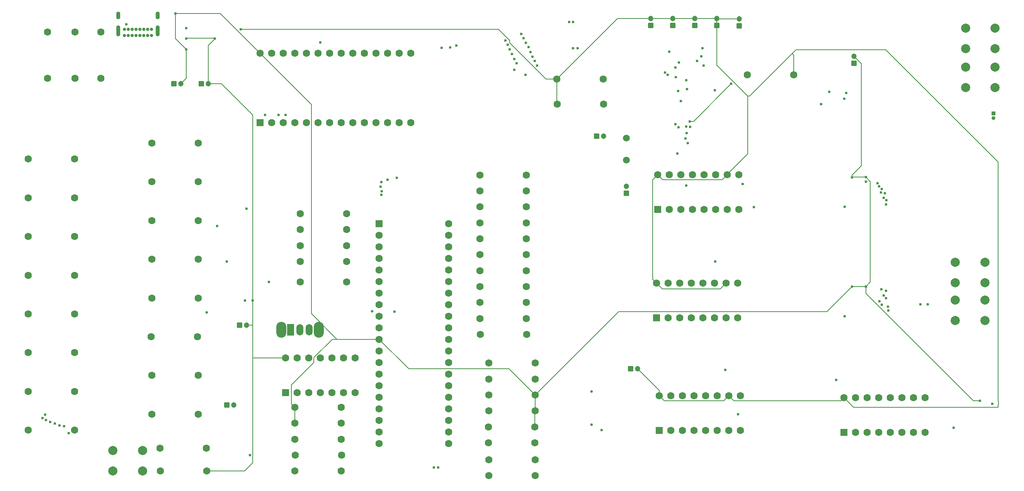
<source format=gbr>
%TF.GenerationSoftware,KiCad,Pcbnew,9.0.6*%
%TF.CreationDate,2025-12-23T14:59:13+01:00*%
%TF.ProjectId,Z80DevBoard,5a383044-6576-4426-9f61-72642e6b6963,rev?*%
%TF.SameCoordinates,Original*%
%TF.FileFunction,Copper,L2,Inr*%
%TF.FilePolarity,Positive*%
%FSLAX46Y46*%
G04 Gerber Fmt 4.6, Leading zero omitted, Abs format (unit mm)*
G04 Created by KiCad (PCBNEW 9.0.6) date 2025-12-23 14:59:13*
%MOMM*%
%LPD*%
G01*
G04 APERTURE LIST*
G04 Aperture macros list*
%AMRoundRect*
0 Rectangle with rounded corners*
0 $1 Rounding radius*
0 $2 $3 $4 $5 $6 $7 $8 $9 X,Y pos of 4 corners*
0 Add a 4 corners polygon primitive as box body*
4,1,4,$2,$3,$4,$5,$6,$7,$8,$9,$2,$3,0*
0 Add four circle primitives for the rounded corners*
1,1,$1+$1,$2,$3*
1,1,$1+$1,$4,$5*
1,1,$1+$1,$6,$7*
1,1,$1+$1,$8,$9*
0 Add four rect primitives between the rounded corners*
20,1,$1+$1,$2,$3,$4,$5,0*
20,1,$1+$1,$4,$5,$6,$7,0*
20,1,$1+$1,$6,$7,$8,$9,0*
20,1,$1+$1,$8,$9,$2,$3,0*%
G04 Aperture macros list end*
%TA.AperFunction,ComponentPad*%
%ADD10O,2.200000X3.500000*%
%TD*%
%TA.AperFunction,ComponentPad*%
%ADD11R,1.500000X2.500000*%
%TD*%
%TA.AperFunction,ComponentPad*%
%ADD12O,1.500000X2.500000*%
%TD*%
%TA.AperFunction,ComponentPad*%
%ADD13RoundRect,0.250000X-0.350000X-0.350000X0.350000X-0.350000X0.350000X0.350000X-0.350000X0.350000X0*%
%TD*%
%TA.AperFunction,ComponentPad*%
%ADD14C,1.200000*%
%TD*%
%TA.AperFunction,ComponentPad*%
%ADD15RoundRect,0.250000X0.350000X-0.350000X0.350000X0.350000X-0.350000X0.350000X-0.350000X-0.350000X0*%
%TD*%
%TA.AperFunction,ComponentPad*%
%ADD16C,1.600000*%
%TD*%
%TA.AperFunction,ComponentPad*%
%ADD17RoundRect,0.250000X0.550000X-0.550000X0.550000X0.550000X-0.550000X0.550000X-0.550000X-0.550000X0*%
%TD*%
%TA.AperFunction,ComponentPad*%
%ADD18C,2.000000*%
%TD*%
%TA.AperFunction,ComponentPad*%
%ADD19C,0.700000*%
%TD*%
%TA.AperFunction,ComponentPad*%
%ADD20O,0.900000X2.400000*%
%TD*%
%TA.AperFunction,ComponentPad*%
%ADD21O,0.900000X1.700000*%
%TD*%
%TA.AperFunction,ComponentPad*%
%ADD22R,0.850000X0.850000*%
%TD*%
%TA.AperFunction,ComponentPad*%
%ADD23C,0.850000*%
%TD*%
%TA.AperFunction,ComponentPad*%
%ADD24C,1.500000*%
%TD*%
%TA.AperFunction,ComponentPad*%
%ADD25RoundRect,0.250000X-0.550000X-0.550000X0.550000X-0.550000X0.550000X0.550000X-0.550000X0.550000X0*%
%TD*%
%TA.AperFunction,ViaPad*%
%ADD26C,0.600000*%
%TD*%
%TA.AperFunction,Conductor*%
%ADD27C,0.200000*%
%TD*%
G04 APERTURE END LIST*
D10*
%TO.N,*%
%TO.C,SW5*%
X97900000Y-109000000D03*
X106100000Y-109000000D03*
D11*
%TO.N,Net-(O2--)*%
X100000000Y-109000000D03*
D12*
%TO.N,CLOCK_Z80*%
X102000000Y-109000000D03*
%TO.N,Z80_MANUAL_CLOCK*%
X104000000Y-109000000D03*
%TD*%
D13*
%TO.N,GND*%
%TO.C,C13*%
X86000000Y-125500000D03*
D14*
%TO.N,Net-(C13-Pad2)*%
X87500000Y-125500000D03*
%TD*%
D13*
%TO.N,GND*%
%TO.C,C12*%
X174500000Y-117500000D03*
D14*
%TO.N,Vdd_3v3*%
X176000000Y-117500000D03*
%TD*%
D15*
%TO.N,GND*%
%TO.C,C11*%
X173500000Y-79000000D03*
D14*
%TO.N,RP2040_XOUT*%
X173500000Y-77500000D03*
%TD*%
D15*
%TO.N,RP2040-VREG_IN*%
%TO.C,C10*%
X198250000Y-42250000D03*
D14*
%TO.N,Vdd_3v3*%
X198250000Y-40750000D03*
%TD*%
D13*
%TO.N,GND*%
%TO.C,C9*%
X88777401Y-108000000D03*
D14*
%TO.N,Vdd_3v3*%
X90277401Y-108000000D03*
%TD*%
D13*
%TO.N,GND*%
%TO.C,C8*%
X167000000Y-66500000D03*
D14*
%TO.N,RP2040_XIN*%
X168500000Y-66500000D03*
%TD*%
D15*
%TO.N,Net-(Flash1-VCC)*%
%TO.C,C7*%
X223391500Y-50436000D03*
D14*
%TO.N,Vcc*%
X223391500Y-48936000D03*
%TD*%
D15*
%TO.N,RP2040-VREG_VOUT*%
%TO.C,C6*%
X193383950Y-42184000D03*
D14*
%TO.N,Vdd_3v3*%
X193383950Y-40684000D03*
%TD*%
D15*
%TO.N,RP2040-USB_VDD*%
%TO.C,C5*%
X188533950Y-42184000D03*
D14*
%TO.N,Vdd_3v3*%
X188533950Y-40684000D03*
%TD*%
D15*
%TO.N,RP2040-IOVDD*%
%TO.C,C4*%
X183683950Y-42184000D03*
D14*
%TO.N,Vdd_3v3*%
X183683950Y-40684000D03*
%TD*%
D15*
%TO.N,RP2040-DVDD*%
%TO.C,C3*%
X178833950Y-42184000D03*
D14*
%TO.N,Vdd_3v3*%
X178833950Y-40684000D03*
%TD*%
D13*
%TO.N,GND*%
%TO.C,C2*%
X80391500Y-54936000D03*
D14*
%TO.N,Vdd_3v3*%
X81891500Y-54936000D03*
%TD*%
D13*
%TO.N,GND*%
%TO.C,C1*%
X74391500Y-54936000D03*
D14*
%TO.N,Vcc*%
X75891500Y-54936000D03*
%TD*%
D16*
%TO.N,Z80-MREQ*%
%TO.C,R8*%
X111160000Y-136500000D03*
%TO.N,Net-(D51-A)*%
X101000000Y-136500000D03*
%TD*%
%TO.N,Z80-BUSACK*%
%TO.C,R11*%
X143349500Y-133783000D03*
%TO.N,Net-(D1-A)*%
X153509500Y-133783000D03*
%TD*%
%TO.N,GND*%
%TO.C,R12*%
X52741500Y-53746000D03*
%TO.N,USB-C-CC1*%
X52741500Y-43586000D03*
%TD*%
%TO.N,Z80-D5*%
%TO.C,R27*%
X79592500Y-110500000D03*
%TO.N,Net-(D33-K)*%
X69432500Y-110500000D03*
%TD*%
%TO.N,Vcc-RP2040-RUN*%
%TO.C,R15*%
X200000000Y-53000000D03*
%TO.N,Vdd_3v3*%
X210160000Y-53000000D03*
%TD*%
D17*
%TO.N,RP2040-RWRAM-GPIO8-PL*%
%TO.C,ShiftRegisterIn2*%
X221240500Y-131539000D03*
D16*
%TO.N,CLOCK_BUS*%
X223780500Y-131539000D03*
%TO.N,Net-(D59-K)*%
X226320500Y-131539000D03*
%TO.N,Net-(D63-K)*%
X228860500Y-131539000D03*
%TO.N,Net-(D60-K)*%
X231400500Y-131539000D03*
%TO.N,Net-(D64-K)*%
X233940500Y-131539000D03*
%TO.N,unconnected-(ShiftRegisterIn2-~{Q7}-Pad7)*%
X236480500Y-131539000D03*
%TO.N,GND*%
X239020500Y-131539000D03*
%TO.N,RP2040-RWRAM-GPIO7-Q7*%
X239020500Y-123919000D03*
%TO.N,RP2040-RWRAM-GPIO6-DS*%
X236480500Y-123919000D03*
%TO.N,Net-(D56-K)*%
X233940500Y-123919000D03*
%TO.N,Net-(D61-K)*%
X231400500Y-123919000D03*
%TO.N,Net-(D58-K)*%
X228860500Y-123919000D03*
%TO.N,Net-(D62-K)*%
X226320500Y-123919000D03*
%TO.N,GND*%
X223780500Y-123919000D03*
%TO.N,Vdd_3v3*%
X221240500Y-123919000D03*
%TD*%
%TO.N,Net-(D8-A)*%
%TO.C,R40*%
X151672500Y-110000000D03*
%TO.N,Z80-A0*%
X141512500Y-110000000D03*
%TD*%
%TO.N,Net-(D26-A)*%
%TO.C,R44*%
X151592500Y-103000000D03*
%TO.N,Z80-A2*%
X141432500Y-103000000D03*
%TD*%
%TO.N,Net-(D16-A)*%
%TO.C,R46*%
X102092500Y-87000000D03*
%TO.N,Z80-A12*%
X112252500Y-87000000D03*
%TD*%
%TO.N,Z80-RESET*%
%TO.C,R6*%
X143429500Y-123283000D03*
%TO.N,Vcc*%
X153589500Y-123283000D03*
%TD*%
%TO.N,Z80-D0*%
%TO.C,R25*%
X79752500Y-68000000D03*
%TO.N,Net-(D31-K)*%
X69592500Y-68000000D03*
%TD*%
%TO.N,RP2040-Z80BOOTMODE*%
%TO.C,R17*%
X168551500Y-59436000D03*
%TO.N,Vdd_3v3*%
X158391500Y-59436000D03*
%TD*%
%TO.N,Z80-D1*%
%TO.C,R26*%
X79752500Y-76500000D03*
%TO.N,Net-(D35-K)*%
X69592500Y-76500000D03*
%TD*%
%TO.N,Z80-WR*%
%TO.C,R21*%
X143432500Y-137500000D03*
%TO.N,Net-(D55-A)*%
X153592500Y-137500000D03*
%TD*%
%TO.N,Z80-M1*%
%TO.C,R9*%
X143429500Y-119783000D03*
%TO.N,Net-(D52-A)*%
X153589500Y-119783000D03*
%TD*%
%TO.N,Net-(D43-A)*%
%TO.C,R35*%
X52592500Y-97000000D03*
%TO.N,RAM-Q3*%
X42432500Y-97000000D03*
%TD*%
%TO.N,Net-(D14-A)*%
%TO.C,R43*%
X102092500Y-83500000D03*
%TO.N,Z80-A11*%
X112252500Y-83500000D03*
%TD*%
D18*
%TO.N,GND*%
%TO.C,SW1*%
X245583950Y-102434000D03*
X252083950Y-102434000D03*
%TO.N,Z80-WAIT*%
X245583950Y-106934000D03*
X252083950Y-106934000D03*
%TD*%
D16*
%TO.N,Z80-D3*%
%TO.C,R36*%
X79752500Y-93500000D03*
%TO.N,Net-(D43-K)*%
X69592500Y-93500000D03*
%TD*%
%TO.N,Z80-RFSH*%
%TO.C,R10*%
X143429500Y-116283000D03*
%TO.N,Net-(D53-A)*%
X153589500Y-116283000D03*
%TD*%
D17*
%TO.N,Net-(D5-A)*%
%TO.C,ShiftRegisterOut3*%
X180411900Y-82539000D03*
D16*
%TO.N,Net-(D7-A)*%
X182951900Y-82539000D03*
%TO.N,Net-(D9-A)*%
X185491900Y-82539000D03*
%TO.N,Net-(D11-A)*%
X188031900Y-82539000D03*
%TO.N,Net-(D13-A)*%
X190571900Y-82539000D03*
%TO.N,Net-(D15-A)*%
X193111900Y-82539000D03*
%TO.N,Net-(D17-A)*%
X195651900Y-82539000D03*
%TO.N,GND*%
X198191900Y-82539000D03*
%TO.N,Net-(ShiftRegisterOut1-SER)*%
X198191900Y-74919000D03*
%TO.N,Vdd_3v3*%
X195651900Y-74919000D03*
%TO.N,CLOCK_BUS*%
X193111900Y-74919000D03*
%TO.N,RP2040-SH-GPIO4-RCLK*%
X190571900Y-74919000D03*
%TO.N,GND*%
X188031900Y-74919000D03*
%TO.N,RP2040-SH-GPIO2-SER*%
X185491900Y-74919000D03*
%TO.N,Net-(D3-A)*%
X182951900Y-74919000D03*
%TO.N,Vdd_3v3*%
X180411900Y-74919000D03*
%TD*%
%TO.N,Vcc*%
%TO.C,R2*%
X100920000Y-126000000D03*
%TO.N,Z80-INT*%
X111080000Y-126000000D03*
%TD*%
%TO.N,Net-(R16-Pad1)*%
%TO.C,R53*%
X71340000Y-135000000D03*
%TO.N,Net-(C13-Pad2)*%
X81500000Y-135000000D03*
%TD*%
%TO.N,Z80-HALT*%
%TO.C,R4*%
X111080000Y-133000000D03*
%TO.N,Net-(D45-A)*%
X100920000Y-133000000D03*
%TD*%
D18*
%TO.N,GND*%
%TO.C,SW2*%
X245583950Y-94184000D03*
X252083950Y-94184000D03*
%TO.N,Z80-RESET*%
X245583950Y-98684000D03*
X252083950Y-98684000D03*
%TD*%
D16*
%TO.N,Net-(D22-A)*%
%TO.C,R41*%
X151592500Y-106500000D03*
%TO.N,Z80-A1*%
X141432500Y-106500000D03*
%TD*%
%TO.N,Z80-D7*%
%TO.C,R37*%
X79752500Y-127500000D03*
%TO.N,Net-(D41-K)*%
X69592500Y-127500000D03*
%TD*%
%TO.N,Net-(R16-Pad1)*%
%TO.C,R16*%
X71420000Y-140000000D03*
%TO.N,Vdd_3v3*%
X81580000Y-140000000D03*
%TD*%
%TO.N,Net-(D37-A)*%
%TO.C,R31*%
X52592500Y-122500000D03*
%TO.N,RAM-Q6*%
X42432500Y-122500000D03*
%TD*%
%TO.N,Net-(D39-A)*%
%TO.C,R30*%
X52592500Y-88500000D03*
%TO.N,RAM-Q2*%
X42432500Y-88500000D03*
%TD*%
%TO.N,Net-(D33-A)*%
%TO.C,R28*%
X52592500Y-114000000D03*
%TO.N,RAM-Q5*%
X42432500Y-114000000D03*
%TD*%
%TO.N,Z80-D4*%
%TO.C,R24*%
X79752500Y-102000000D03*
%TO.N,Net-(D47-K)*%
X69592500Y-102000000D03*
%TD*%
%TO.N,Net-(D6-A)*%
%TO.C,R48*%
X151592500Y-82000000D03*
%TO.N,Z80-A8*%
X141432500Y-82000000D03*
%TD*%
D19*
%TO.N,GND*%
%TO.C,USB_C1*%
X69475000Y-44360000D03*
%TO.N,USB-C-VBUS*%
X68625000Y-44360000D03*
%TO.N,USB-C-CC1*%
X67775000Y-44360000D03*
%TO.N,USB-RP2040-DP*%
X66925000Y-44360000D03*
%TO.N,USB-RP2040-DM*%
X66075000Y-44360000D03*
%TO.N,N/C*%
X65225000Y-44360000D03*
%TO.N,USB-C-VBUS*%
X64375000Y-44360000D03*
%TO.N,GND*%
X63525000Y-44360000D03*
X63525000Y-43010000D03*
%TO.N,USB-C-VBUS*%
X64375000Y-43010000D03*
%TO.N,USB-C-CC2*%
X65225000Y-43010000D03*
%TO.N,USB-RP2040-DP*%
X66075000Y-43010000D03*
%TO.N,USB-RP2040-DM*%
X66925000Y-43010000D03*
%TO.N,N/C*%
X67775000Y-43010000D03*
%TO.N,USB-C-VBUS*%
X68625000Y-43010000D03*
%TO.N,GND*%
X69475000Y-43010000D03*
D20*
%TO.N,Net-(USB_C1-SHIELD)*%
X70825000Y-43380000D03*
D21*
X70825000Y-40000000D03*
D20*
X62175000Y-43380000D03*
D21*
X62175000Y-40000000D03*
%TD*%
D16*
%TO.N,Net-(D47-A)*%
%TO.C,R23*%
X52592500Y-105500000D03*
%TO.N,RAM-Q4*%
X42432500Y-105500000D03*
%TD*%
%TO.N,Z80-WAIT*%
%TO.C,R5*%
X143349500Y-130283000D03*
%TO.N,Vcc*%
X153509500Y-130283000D03*
%TD*%
D22*
%TO.N,RP2040-SWCLK-PIN*%
%TO.C,J1*%
X254000000Y-61500000D03*
D23*
%TO.N,RP2040-SWD-PIN*%
X254000000Y-62500000D03*
%TD*%
D18*
%TO.N,GND*%
%TO.C,SW3*%
X247833950Y-42750000D03*
X254333950Y-42750000D03*
%TO.N,RP2040-Z80BOOTMODE*%
X247833950Y-47250000D03*
X254333950Y-47250000D03*
%TD*%
D16*
%TO.N,Net-(D2-A)*%
%TO.C,R42*%
X151592500Y-89000000D03*
%TO.N,Z80-A6*%
X141432500Y-89000000D03*
%TD*%
%TO.N,Net-(D20-A)*%
%TO.C,R52*%
X102092500Y-94000000D03*
%TO.N,Z80-A14*%
X112252500Y-94000000D03*
%TD*%
%TO.N,Net-(D12-A)*%
%TO.C,R38*%
X151592500Y-75000000D03*
%TO.N,Z80-A10*%
X141432500Y-75000000D03*
%TD*%
%TO.N,Z80-IORQ*%
%TO.C,R7*%
X111080000Y-140000000D03*
%TO.N,Net-(D50-A)*%
X100920000Y-140000000D03*
%TD*%
%TO.N,USB-C-CC2*%
%TO.C,R13*%
X46741500Y-43586000D03*
%TO.N,GND*%
X46741500Y-53746000D03*
%TD*%
%TO.N,Z80-D2*%
%TO.C,R32*%
X79752500Y-85000000D03*
%TO.N,Net-(D39-K)*%
X69592500Y-85000000D03*
%TD*%
%TO.N,Net-(D4-A)*%
%TO.C,R45*%
X151592500Y-85500000D03*
%TO.N,Z80-A7*%
X141432500Y-85500000D03*
%TD*%
%TO.N,Net-(D18-A)*%
%TO.C,R49*%
X102092500Y-90500000D03*
%TO.N,Z80-A13*%
X112252500Y-90500000D03*
%TD*%
%TO.N,Z80-D6*%
%TO.C,R33*%
X79752500Y-119000000D03*
%TO.N,Net-(D37-K)*%
X69592500Y-119000000D03*
%TD*%
%TO.N,Net-(D31-A)*%
%TO.C,R22*%
X52592500Y-71500000D03*
%TO.N,RAM-Q0*%
X42432500Y-71500000D03*
%TD*%
%TO.N,GND*%
%TO.C,R14*%
X58391500Y-53786000D03*
%TO.N,Net-(USB_C1-SHIELD)*%
X58391500Y-43626000D03*
%TD*%
%TO.N,Z80-NMI*%
%TO.C,R3*%
X111080000Y-129500000D03*
%TO.N,Vcc*%
X100920000Y-129500000D03*
%TD*%
D17*
%TO.N,Net-(D61-A)*%
%TO.C,ShiftRegisterOut2*%
X180740500Y-131039000D03*
D16*
%TO.N,Net-(D58-A)*%
X183280500Y-131039000D03*
%TO.N,Net-(D62-A)*%
X185820500Y-131039000D03*
%TO.N,Net-(D59-A)*%
X188360500Y-131039000D03*
%TO.N,Net-(D63-A)*%
X190900500Y-131039000D03*
%TO.N,Net-(D60-A)*%
X193440500Y-131039000D03*
%TO.N,Net-(D64-A)*%
X195980500Y-131039000D03*
%TO.N,GND*%
X198520500Y-131039000D03*
%TO.N,unconnected-(ShiftRegisterOut2-QH'-Pad9)*%
X198520500Y-123419000D03*
%TO.N,Vdd_3v3*%
X195980500Y-123419000D03*
%TO.N,CLOCK_BUS*%
X193440500Y-123419000D03*
%TO.N,RP2040-SH-GPIO3-RCLK*%
X190900500Y-123419000D03*
%TO.N,GND*%
X188360500Y-123419000D03*
%TO.N,RP2040-SH-GPIO3-SER*%
X185820500Y-123419000D03*
%TO.N,Net-(D56-A)*%
X183280500Y-123419000D03*
%TO.N,Vdd_3v3*%
X180740500Y-123419000D03*
%TD*%
%TO.N,Net-(D35-A)*%
%TO.C,R29*%
X52592500Y-80000000D03*
%TO.N,RAM-Q1*%
X42432500Y-80000000D03*
%TD*%
D17*
%TO.N,Net-(D27-A)*%
%TO.C,ShiftRegisterOut1*%
X180131900Y-106344000D03*
D16*
%TO.N,Net-(D21-A)*%
X182671900Y-106344000D03*
%TO.N,Net-(D29-A)*%
X185211900Y-106344000D03*
%TO.N,Net-(D23-A)*%
X187751900Y-106344000D03*
%TO.N,Net-(D46-A)*%
X190291900Y-106344000D03*
%TO.N,Net-(D25-A)*%
X192831900Y-106344000D03*
%TO.N,Net-(D54-A)*%
X195371900Y-106344000D03*
%TO.N,GND*%
X197911900Y-106344000D03*
%TO.N,unconnected-(ShiftRegisterOut1-QH'-Pad9)*%
X197911900Y-98724000D03*
%TO.N,Vdd_3v3*%
X195371900Y-98724000D03*
%TO.N,CLOCK_BUS*%
X192831900Y-98724000D03*
%TO.N,RP2040-SH-GPIO4-RCLK*%
X190291900Y-98724000D03*
%TO.N,GND*%
X187751900Y-98724000D03*
%TO.N,Net-(ShiftRegisterOut1-SER)*%
X185211900Y-98724000D03*
%TO.N,Net-(D19-A)*%
X182671900Y-98724000D03*
%TO.N,Vdd_3v3*%
X180131900Y-98724000D03*
%TD*%
D18*
%TO.N,GND*%
%TO.C,SW4*%
X247833950Y-51300000D03*
X254333950Y-51300000D03*
%TO.N,RP2040-RPBOOTMODE*%
X247833950Y-55800000D03*
X254333950Y-55800000D03*
%TD*%
D17*
%TO.N,RAM-A14*%
%TO.C,RAM1*%
X93232500Y-63500000D03*
D16*
%TO.N,RAM-A12*%
X95772500Y-63500000D03*
%TO.N,RAM-A7*%
X98312500Y-63500000D03*
%TO.N,RAM-A6*%
X100852500Y-63500000D03*
%TO.N,RAM-A5*%
X103392500Y-63500000D03*
%TO.N,RAM-A4*%
X105932500Y-63500000D03*
%TO.N,RAM-A3*%
X108472500Y-63500000D03*
%TO.N,RAM-A2*%
X111012500Y-63500000D03*
%TO.N,RAM-A1*%
X113552500Y-63500000D03*
%TO.N,RAM-A0*%
X116092500Y-63500000D03*
%TO.N,RAM-Q0*%
X118632500Y-63500000D03*
%TO.N,RAM-Q1*%
X121172500Y-63500000D03*
%TO.N,RAM-Q2*%
X123712500Y-63500000D03*
%TO.N,GND*%
X126252500Y-63500000D03*
%TO.N,RAM-Q3*%
X126252500Y-48260000D03*
%TO.N,RAM-Q4*%
X123712500Y-48260000D03*
%TO.N,RAM-Q5*%
X121172500Y-48260000D03*
%TO.N,RAM-Q6*%
X118632500Y-48260000D03*
%TO.N,RAM-Q7*%
X116092500Y-48260000D03*
%TO.N,RAM-CS*%
X113552500Y-48260000D03*
%TO.N,RAM-A10*%
X111012500Y-48260000D03*
%TO.N,RAM-OE*%
X108472500Y-48260000D03*
%TO.N,RAM-A11*%
X105932500Y-48260000D03*
%TO.N,RAM-A9*%
X103392500Y-48260000D03*
%TO.N,RAM-A8*%
X100852500Y-48260000D03*
%TO.N,RAM-A13*%
X98312500Y-48260000D03*
%TO.N,RAM-WE*%
X95772500Y-48260000D03*
%TO.N,Vcc*%
X93232500Y-48260000D03*
%TD*%
D17*
%TO.N,Net-(C13-Pad2)*%
%TO.C,U1*%
X98880000Y-122805000D03*
D16*
%TO.N,Z80_MANUAL_CLOCK*%
X101420000Y-122805000D03*
%TO.N,N/C*%
X103960000Y-122805000D03*
X106500000Y-122805000D03*
X109040000Y-122805000D03*
X111580000Y-122805000D03*
%TO.N,GND*%
X114120000Y-122805000D03*
%TO.N,N/C*%
X114120000Y-115185000D03*
X111580000Y-115185000D03*
X109040000Y-115185000D03*
X106500000Y-115185000D03*
X103960000Y-115185000D03*
X101420000Y-115185000D03*
%TO.N,Vdd_3v3*%
X98880000Y-115185000D03*
%TD*%
%TO.N,Net-(D24-A)*%
%TO.C,R51*%
X151592500Y-78500000D03*
%TO.N,Z80-A9*%
X141432500Y-78500000D03*
%TD*%
%TO.N,Z80-RD*%
%TO.C,R20*%
X143432500Y-141000000D03*
%TO.N,Net-(D49-A)*%
X153592500Y-141000000D03*
%TD*%
D24*
%TO.N,RP2040_XIN*%
%TO.C,Y1*%
X173500000Y-66870000D03*
%TO.N,RP2040_XOUT*%
X173500000Y-71750000D03*
%TD*%
D16*
%TO.N,Net-(D10-A)*%
%TO.C,R39*%
X151592500Y-92500000D03*
%TO.N,Z80-A5*%
X141432500Y-92500000D03*
%TD*%
%TO.N,Net-(D28-A)*%
%TO.C,R47*%
X151592500Y-99500000D03*
%TO.N,Z80-A3*%
X141432500Y-99500000D03*
%TD*%
%TO.N,Net-(D30-A)*%
%TO.C,R50*%
X151592500Y-96000000D03*
%TO.N,Z80-A4*%
X141432500Y-96000000D03*
%TD*%
D25*
%TO.N,Z80-A11*%
%TO.C,Z80*%
X119389500Y-85658000D03*
D16*
%TO.N,Z80-A12*%
X119389500Y-88198000D03*
%TO.N,Z80-A13*%
X119389500Y-90738000D03*
%TO.N,Z80-A14*%
X119389500Y-93278000D03*
%TO.N,Z80-A15*%
X119389500Y-95818000D03*
%TO.N,CLOCK_Z80*%
X119389500Y-98358000D03*
%TO.N,Z80-D4*%
X119389500Y-100898000D03*
%TO.N,Z80-D3*%
X119389500Y-103438000D03*
%TO.N,Z80-D5*%
X119389500Y-105978000D03*
%TO.N,Z80-D6*%
X119389500Y-108518000D03*
%TO.N,Vcc*%
X119389500Y-111058000D03*
%TO.N,Z80-D2*%
X119389500Y-113598000D03*
%TO.N,Z80-D7*%
X119389500Y-116138000D03*
%TO.N,Z80-D0*%
X119389500Y-118678000D03*
%TO.N,Z80-D1*%
X119389500Y-121218000D03*
%TO.N,Z80-INT*%
X119389500Y-123758000D03*
%TO.N,Z80-NMI*%
X119389500Y-126298000D03*
%TO.N,Z80-HALT*%
X119389500Y-128838000D03*
%TO.N,Z80-MREQ*%
X119389500Y-131378000D03*
%TO.N,Z80-IORQ*%
X119389500Y-133918000D03*
%TO.N,Z80-RD*%
X134629500Y-133918000D03*
%TO.N,Z80-WR*%
X134629500Y-131378000D03*
%TO.N,Z80-BUSACK*%
X134629500Y-128838000D03*
%TO.N,Z80-WAIT*%
X134629500Y-126298000D03*
%TO.N,Z80-BUSREQ*%
X134629500Y-123758000D03*
%TO.N,Z80-RESET*%
X134629500Y-121218000D03*
%TO.N,Z80-M1*%
X134629500Y-118678000D03*
%TO.N,Z80-RFSH*%
X134629500Y-116138000D03*
%TO.N,GND*%
X134629500Y-113598000D03*
%TO.N,Z80-A0*%
X134629500Y-111058000D03*
%TO.N,Z80-A1*%
X134629500Y-108518000D03*
%TO.N,Z80-A2*%
X134629500Y-105978000D03*
%TO.N,Z80-A3*%
X134629500Y-103438000D03*
%TO.N,Z80-A4*%
X134629500Y-100898000D03*
%TO.N,Z80-A5*%
X134629500Y-98358000D03*
%TO.N,Z80-A6*%
X134629500Y-95818000D03*
%TO.N,Z80-A7*%
X134629500Y-93278000D03*
%TO.N,Z80-A8*%
X134629500Y-90738000D03*
%TO.N,Z80-A9*%
X134629500Y-88198000D03*
%TO.N,Z80-A10*%
X134629500Y-85658000D03*
%TD*%
%TO.N,Vcc*%
%TO.C,R1*%
X153589500Y-126783000D03*
%TO.N,Z80-BUSREQ*%
X143429500Y-126783000D03*
%TD*%
%TO.N,RP2040-RPBOOTMODE*%
%TO.C,R18*%
X168471500Y-53936000D03*
%TO.N,Vdd_3v3*%
X158311500Y-53936000D03*
%TD*%
%TO.N,Net-(D41-A)*%
%TO.C,R34*%
X52592500Y-131000000D03*
%TO.N,RAM-Q7*%
X42432500Y-131000000D03*
%TD*%
D18*
%TO.N,GND*%
%TO.C,SW6*%
X61000000Y-135500000D03*
X67500000Y-135500000D03*
%TO.N,Net-(R16-Pad1)*%
X61000000Y-140000000D03*
X67500000Y-140000000D03*
%TD*%
D16*
%TO.N,Z80-A15*%
%TO.C,R19*%
X112252500Y-98500000D03*
%TO.N,Net-(D57-A)*%
X102092500Y-98500000D03*
%TD*%
D26*
%TO.N,Vcc*%
X223000000Y-75503000D03*
%TO.N,RAM-A14*%
X86000000Y-94000000D03*
X230956812Y-104779186D03*
%TO.N,RAM-A9*%
X134932010Y-47000000D03*
X229891500Y-101436000D03*
%TO.N,RAM-Q6*%
X50333950Y-130184000D03*
%TO.N,RAM-Q5*%
X49333950Y-129999000D03*
%TO.N,RAM-A10*%
X133092500Y-47100000D03*
X230457187Y-102001687D03*
%TO.N,RAM-A7*%
X230391500Y-81436000D03*
X150500000Y-44000000D03*
X147000000Y-45436000D03*
X119837404Y-79384161D03*
%TO.N,RAM-A5*%
X229908039Y-80026152D03*
X119695129Y-77543658D03*
X151500000Y-46000000D03*
X148000000Y-47436000D03*
%TO.N,RAM-A12*%
X117807000Y-104877000D03*
X81600000Y-105184000D03*
X122694500Y-105000000D03*
X229500000Y-103436000D03*
%TO.N,RAM-Q4*%
X48333950Y-129584000D03*
%TO.N,Vcc*%
X74726500Y-39586000D03*
X226000000Y-75453000D03*
X251000000Y-124564000D03*
X226000000Y-99453000D03*
X223000000Y-99453000D03*
X77091500Y-47386000D03*
%TO.N,RAM-OE*%
X106500000Y-45900000D03*
%TO.N,RAM-A11*%
X229000000Y-102703000D03*
X90333950Y-82400000D03*
X97333950Y-61843000D03*
%TO.N,RAM-Q7*%
X51333950Y-131684000D03*
%TO.N,RAM-A6*%
X147500000Y-46436000D03*
X119924265Y-78575735D03*
X151000000Y-45000000D03*
X230518273Y-80543471D03*
%TO.N,RAM-WE*%
X165909500Y-129783000D03*
X168100000Y-131009441D03*
%TO.N,RAM-Q0*%
X46198382Y-127579708D03*
%TO.N,RAM-A0*%
X228549437Y-76778067D03*
X154000000Y-51000000D03*
X151477750Y-53022250D03*
%TO.N,RAM-A13*%
X94333950Y-61843000D03*
X230891500Y-103936000D03*
X83833950Y-86184000D03*
%TO.N,RAM-A1*%
X153500000Y-50000000D03*
X228918468Y-77487870D03*
X149000000Y-51936000D03*
%TO.N,GND*%
X245219500Y-130500000D03*
X165909500Y-122500000D03*
X77091500Y-42786000D03*
X91100000Y-136500000D03*
X185454000Y-58736000D03*
X221391500Y-82000000D03*
X253736000Y-125264000D03*
X229391500Y-100103000D03*
X216216500Y-59436000D03*
X221391500Y-106000000D03*
X226000000Y-76500000D03*
%TO.N,RAM-Q3*%
X47333950Y-129183000D03*
%TO.N,RAM-A3*%
X229290172Y-78810266D03*
X149000000Y-49500000D03*
X121236250Y-75999000D03*
X152500000Y-48000000D03*
%TO.N,RAM-Q2*%
X46333950Y-128782000D03*
%TO.N,RAM-Q1*%
X45598382Y-128331503D03*
%TO.N,RAM-CS*%
X98833950Y-61843000D03*
X95192500Y-98500000D03*
%TO.N,RAM-A2*%
X123256250Y-75598000D03*
X149480007Y-50455993D03*
X153000000Y-49000000D03*
X229499236Y-78038064D03*
%TO.N,RAM-A4*%
X230192139Y-79043634D03*
X148500000Y-48436000D03*
X119838215Y-76556785D03*
X152112015Y-46887985D03*
%TO.N,RAM-A8*%
X136281196Y-46541234D03*
X230391500Y-100436000D03*
%TO.N,Z80-WAIT*%
X132333950Y-139201000D03*
%TO.N,Z80-RESET*%
X131333950Y-139201000D03*
%TO.N,Vdd_3v3*%
X83391500Y-45086000D03*
X89000000Y-43000000D03*
X77091500Y-45086000D03*
X91700000Y-102500000D03*
%TO.N,RP2040-DVDD*%
X185054000Y-50272084D03*
X189000000Y-50000000D03*
%TO.N,RP2040-RWRAM-GPIO5-DIR*%
X187000010Y-68000000D03*
X184742710Y-70257290D03*
%TO.N,FLASH-DO-RP2040-QSPI_SD1*%
X182600000Y-53043762D03*
X192891500Y-56436000D03*
%TO.N,FLASH-DI-RP2040-QSPI_SD0*%
X184291500Y-51436000D03*
X190000000Y-48936000D03*
%TO.N,FLASH-CS-RP2040-QSPI_SS*%
X190500000Y-51000000D03*
X182000000Y-52500000D03*
%TO.N,USB-C-CC2*%
X64000000Y-41924000D03*
%TO.N,RP2040-RPBOOTMODE*%
X190190950Y-47184000D03*
%TO.N,RP2040_XIN*%
X184250000Y-63859743D03*
%TO.N,RP2040_XOUT*%
X185000000Y-64500000D03*
%TO.N,CLOCK_FLASH*%
X184350000Y-53536000D03*
X221250000Y-58250000D03*
%TO.N,USB-RP2040-DP*%
X162833950Y-47184000D03*
X186655000Y-54166726D03*
X161824975Y-41430000D03*
%TO.N,RP2040-SH-GPIO3-SER*%
X186650900Y-77349100D03*
%TO.N,USB-RP2040-DM*%
X160976446Y-41430001D03*
X186854000Y-56184000D03*
X161833950Y-47184000D03*
%TO.N,FLASH-HOLD-RESRT-RP2040-QSPI_SD3*%
X184854000Y-56600000D03*
X221750000Y-57000000D03*
%TO.N,FLASH-WP-RP2040-QSPI_SD2*%
X182948428Y-47948428D03*
X217982230Y-56767770D03*
%TO.N,RP2040-SWD-PIN*%
X187500000Y-64400000D03*
X186500000Y-67000000D03*
%TO.N,RP2040-RWRAM-GPIO8-PL*%
X219500000Y-120000000D03*
X237999000Y-103399000D03*
X239600000Y-103399000D03*
%TO.N,Net-(ShiftRegisterOut1-SER)*%
X201500000Y-82038000D03*
%TO.N,RP2040-SWCLK-PIN*%
X186727044Y-65772956D03*
X186693784Y-64398000D03*
%TO.N,Vcc-RP2040-RUN*%
X187454000Y-63259743D03*
X196500000Y-55000000D03*
%TO.N,CLOCK_BUS*%
X193000000Y-94000000D03*
X195250000Y-117750000D03*
X199000000Y-77000000D03*
X198000000Y-127500000D03*
%TO.N,Net-(O2--)*%
X90000000Y-102500000D03*
%TD*%
D27*
%TO.N,Vdd_3v3*%
X89900000Y-140000000D02*
X81580000Y-140000000D01*
X91700000Y-138200000D02*
X89900000Y-140000000D01*
X91700000Y-115000000D02*
X91700000Y-138200000D01*
X91700000Y-115185000D02*
X91700000Y-115000000D01*
X98880000Y-115185000D02*
X91700000Y-115185000D01*
X91700000Y-108000000D02*
X91700000Y-115000000D01*
X91700000Y-108000000D02*
X91500000Y-108000000D01*
X91700000Y-102500000D02*
X91700000Y-108000000D01*
X91700000Y-61802050D02*
X84833950Y-54936000D01*
X91700000Y-102500000D02*
X91700000Y-61802050D01*
X84833950Y-54936000D02*
X81891500Y-54936000D01*
X90277401Y-108000000D02*
X91500000Y-108000000D01*
%TO.N,Vcc*%
X226000000Y-101000000D02*
X226000000Y-99453000D01*
X249564000Y-124564000D02*
X226000000Y-101000000D01*
X251000000Y-124564000D02*
X249564000Y-124564000D01*
X227000000Y-76453000D02*
X226000000Y-75453000D01*
X226000000Y-99453000D02*
X227000000Y-98453000D01*
X227000000Y-98453000D02*
X227000000Y-76453000D01*
X171872500Y-105000000D02*
X153589500Y-123283000D01*
X217453000Y-105000000D02*
X171872500Y-105000000D01*
X223000000Y-99453000D02*
X217453000Y-105000000D01*
X223000000Y-99453000D02*
X226000000Y-99453000D01*
X225000000Y-50544500D02*
X223391500Y-48936000D01*
X225000000Y-73000000D02*
X225000000Y-50544500D01*
X223000000Y-75000000D02*
X225000000Y-73000000D01*
X223000000Y-75503000D02*
X223000000Y-75000000D01*
X223050000Y-75453000D02*
X223000000Y-75503000D01*
X226000000Y-75453000D02*
X223050000Y-75453000D01*
%TO.N,Vdd_3v3*%
X200144000Y-57644000D02*
X200531000Y-57644000D01*
X200531000Y-57644000D02*
X209840000Y-48335000D01*
X223321500Y-126000000D02*
X221240500Y-123919000D01*
X255000000Y-126000000D02*
X223321500Y-126000000D01*
X255000000Y-124650057D02*
X255101000Y-124751057D01*
X255000000Y-125349943D02*
X255000000Y-126000000D01*
X255000000Y-72147000D02*
X255000000Y-124650057D01*
X230353000Y-47500000D02*
X255000000Y-72147000D01*
X210675000Y-47500000D02*
X230353000Y-47500000D01*
X255101000Y-125248943D02*
X255000000Y-125349943D01*
X209840000Y-48335000D02*
X210675000Y-47500000D01*
X255101000Y-124751057D02*
X255101000Y-125248943D01*
%TO.N,Vcc*%
X153589500Y-123283000D02*
X153589500Y-126783000D01*
X100120001Y-121092499D02*
X100120001Y-125200001D01*
X77091500Y-47386000D02*
X74726500Y-45021000D01*
X100120001Y-125200001D02*
X100920000Y-126000000D01*
X153589500Y-123283000D02*
X147806500Y-117500000D01*
X100920000Y-129500000D02*
X100920000Y-126000000D01*
X104500000Y-59527500D02*
X104500000Y-105403500D01*
X109069950Y-111058000D02*
X105061000Y-115066950D01*
X93232500Y-48260000D02*
X84558500Y-39586000D01*
X105061000Y-116151500D02*
X100120001Y-121092499D01*
X93232500Y-48260000D02*
X104500000Y-59527500D01*
X125831500Y-117500000D02*
X119389500Y-111058000D01*
X77091500Y-47386000D02*
X77091500Y-53736000D01*
X147806500Y-117500000D02*
X125831500Y-117500000D01*
X77091500Y-53736000D02*
X75891500Y-54936000D01*
X110154500Y-111058000D02*
X119389500Y-111058000D01*
X153509500Y-130283000D02*
X153509500Y-126863000D01*
X105061000Y-115066950D02*
X105061000Y-116151500D01*
X74726500Y-45021000D02*
X74726500Y-39586000D01*
X84558500Y-39586000D02*
X74726500Y-39586000D01*
X153509500Y-126863000D02*
X153589500Y-126783000D01*
X104500000Y-105403500D02*
X110154500Y-111058000D01*
X110154500Y-111058000D02*
X109069950Y-111058000D01*
%TO.N,Vdd_3v3*%
X171563500Y-40684000D02*
X158311500Y-53936000D01*
X145500000Y-43000000D02*
X148000000Y-45500000D01*
X210160000Y-48655000D02*
X209840000Y-48335000D01*
X181512900Y-76020000D02*
X194550900Y-76020000D01*
X183683950Y-40684000D02*
X188533950Y-40684000D01*
X178833950Y-40684000D02*
X171563500Y-40684000D01*
X179310900Y-76020000D02*
X179310900Y-97903000D01*
X179310900Y-97903000D02*
X180131900Y-98724000D01*
X180740500Y-123419000D02*
X181841500Y-124520000D01*
X198250000Y-40750000D02*
X193449950Y-40750000D01*
X83391500Y-45086000D02*
X83391500Y-45108500D01*
X180131900Y-98724000D02*
X181407900Y-100000000D01*
X155936000Y-53936000D02*
X158311500Y-53936000D01*
X200144000Y-57644000D02*
X193383950Y-50883950D01*
X89000000Y-43000000D02*
X145500000Y-43000000D01*
X180411900Y-74919000D02*
X181512900Y-76020000D01*
X194550900Y-76020000D02*
X195651900Y-74919000D01*
X83305500Y-45000000D02*
X77177500Y-45000000D01*
X148000000Y-46000000D02*
X155936000Y-53936000D01*
X193449950Y-40750000D02*
X193383950Y-40684000D01*
X193383950Y-40684000D02*
X188533950Y-40684000D01*
X194095900Y-100000000D02*
X195371900Y-98724000D01*
X83391500Y-45086000D02*
X83305500Y-45000000D01*
X180740500Y-123419000D02*
X180740500Y-122240500D01*
X194879500Y-124520000D02*
X195980500Y-123419000D01*
X81891500Y-46608500D02*
X81891500Y-54936000D01*
X180411900Y-74919000D02*
X179310900Y-76020000D01*
X200144000Y-58031000D02*
X200144000Y-57644000D01*
X200144000Y-70356000D02*
X200144000Y-58031000D01*
X148000000Y-45500000D02*
X148000000Y-46000000D01*
X181407900Y-100000000D02*
X194095900Y-100000000D01*
X83391500Y-45108500D02*
X81891500Y-46608500D01*
X77177500Y-45000000D02*
X77091500Y-45086000D01*
X195980500Y-123419000D02*
X197081500Y-124520000D01*
X195651900Y-74848100D02*
X200144000Y-70356000D01*
X195651900Y-74919000D02*
X195651900Y-74848100D01*
X210160000Y-53000000D02*
X210160000Y-48655000D01*
X158311500Y-53936000D02*
X158311500Y-59356000D01*
X193383950Y-50883950D02*
X193383950Y-40684000D01*
X180740500Y-122240500D02*
X176000000Y-117500000D01*
X197081500Y-124520000D02*
X220639500Y-124520000D01*
X181841500Y-124520000D02*
X194879500Y-124520000D01*
X158311500Y-59356000D02*
X158391500Y-59436000D01*
X220639500Y-124520000D02*
X221240500Y-123919000D01*
X183683950Y-40684000D02*
X178833950Y-40684000D01*
%TO.N,Vcc-RP2040-RUN*%
X188240257Y-63259743D02*
X187454000Y-63259743D01*
X196500000Y-55000000D02*
X188240257Y-63259743D01*
%TD*%
M02*

</source>
